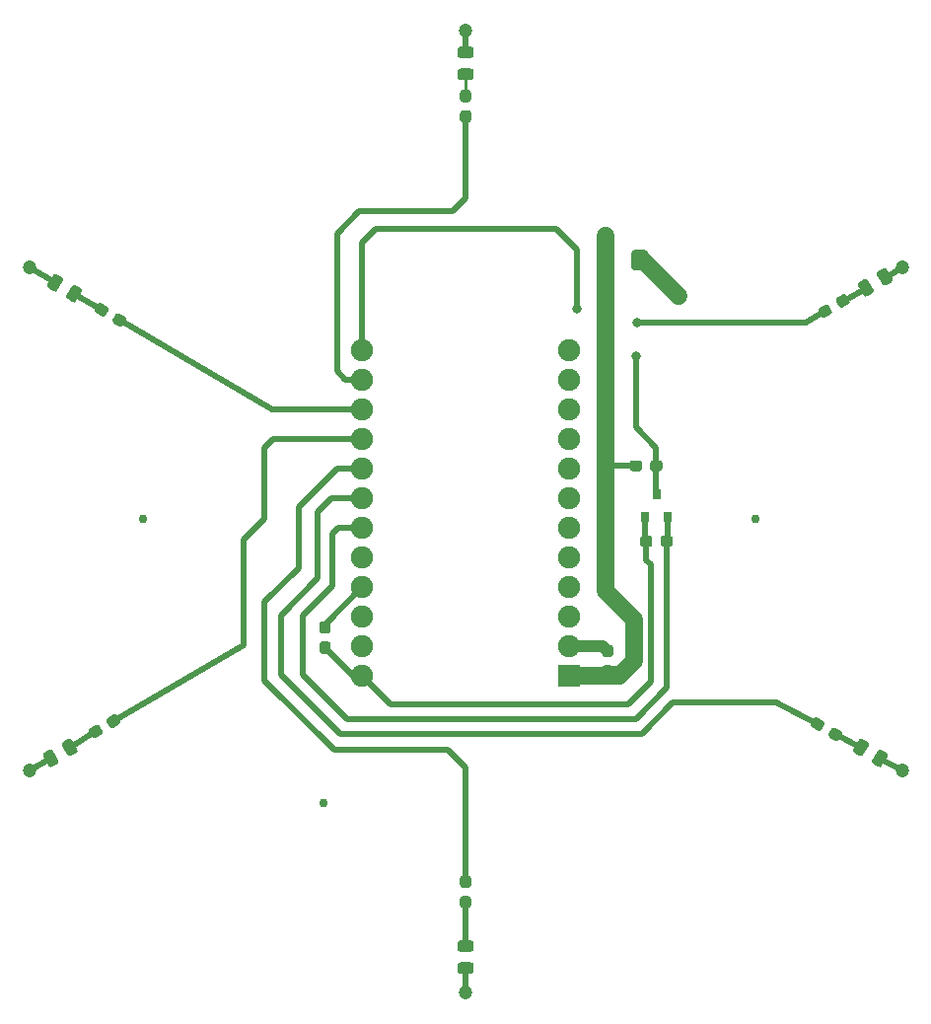
<source format=gbr>
G04 #@! TF.GenerationSoftware,KiCad,Pcbnew,(5.1.10)-1*
G04 #@! TF.CreationDate,2021-05-30T11:34:14-07:00*
G04 #@! TF.ProjectId,snowstake,736e6f77-7374-4616-9b65-2e6b69636164,0.1*
G04 #@! TF.SameCoordinates,Original*
G04 #@! TF.FileFunction,Copper,L1,Top*
G04 #@! TF.FilePolarity,Positive*
%FSLAX46Y46*%
G04 Gerber Fmt 4.6, Leading zero omitted, Abs format (unit mm)*
G04 Created by KiCad (PCBNEW (5.1.10)-1) date 2021-05-30 11:34:14*
%MOMM*%
%LPD*%
G01*
G04 APERTURE LIST*
G04 #@! TA.AperFunction,SMDPad,CuDef*
%ADD10C,0.750000*%
G04 #@! TD*
G04 #@! TA.AperFunction,SMDPad,CuDef*
%ADD11R,0.800000X0.900000*%
G04 #@! TD*
G04 #@! TA.AperFunction,ComponentPad*
%ADD12C,1.900000*%
G04 #@! TD*
G04 #@! TA.AperFunction,ComponentPad*
%ADD13R,1.900000X1.900000*%
G04 #@! TD*
G04 #@! TA.AperFunction,ViaPad*
%ADD14C,1.200000*%
G04 #@! TD*
G04 #@! TA.AperFunction,ViaPad*
%ADD15C,0.800000*%
G04 #@! TD*
G04 #@! TA.AperFunction,Conductor*
%ADD16C,0.500000*%
G04 #@! TD*
G04 #@! TA.AperFunction,Conductor*
%ADD17C,1.000000*%
G04 #@! TD*
G04 #@! TA.AperFunction,Conductor*
%ADD18C,0.250000*%
G04 #@! TD*
G04 #@! TA.AperFunction,Conductor*
%ADD19C,1.500000*%
G04 #@! TD*
G04 APERTURE END LIST*
D10*
X191008000Y-176784000D03*
X175514000Y-152400000D03*
X228092000Y-152400000D03*
G04 #@! TA.AperFunction,SMDPad,CuDef*
G36*
G01*
X219044000Y-148065500D02*
X219044000Y-147590500D01*
G75*
G02*
X219281500Y-147353000I237500J0D01*
G01*
X219856500Y-147353000D01*
G75*
G02*
X220094000Y-147590500I0J-237500D01*
G01*
X220094000Y-148065500D01*
G75*
G02*
X219856500Y-148303000I-237500J0D01*
G01*
X219281500Y-148303000D01*
G75*
G02*
X219044000Y-148065500I0J237500D01*
G01*
G37*
G04 #@! TD.AperFunction*
G04 #@! TA.AperFunction,SMDPad,CuDef*
G36*
G01*
X217294000Y-148065500D02*
X217294000Y-147590500D01*
G75*
G02*
X217531500Y-147353000I237500J0D01*
G01*
X218106500Y-147353000D01*
G75*
G02*
X218344000Y-147590500I0J-237500D01*
G01*
X218344000Y-148065500D01*
G75*
G02*
X218106500Y-148303000I-237500J0D01*
G01*
X217531500Y-148303000D01*
G75*
G02*
X217294000Y-148065500I0J237500D01*
G01*
G37*
G04 #@! TD.AperFunction*
G04 #@! TA.AperFunction,SMDPad,CuDef*
G36*
G01*
X234372359Y-170814681D02*
X234609859Y-170403319D01*
G75*
G02*
X234934290Y-170316388I205681J-118750D01*
G01*
X235432254Y-170603888D01*
G75*
G02*
X235519185Y-170928319I-118750J-205681D01*
G01*
X235281685Y-171339681D01*
G75*
G02*
X234957254Y-171426612I-205681J118750D01*
G01*
X234459290Y-171139112D01*
G75*
G02*
X234372359Y-170814681I118750J205681D01*
G01*
G37*
G04 #@! TD.AperFunction*
G04 #@! TA.AperFunction,SMDPad,CuDef*
G36*
G01*
X232856815Y-169939681D02*
X233094315Y-169528319D01*
G75*
G02*
X233418746Y-169441388I205681J-118750D01*
G01*
X233916710Y-169728888D01*
G75*
G02*
X234003641Y-170053319I-118750J-205681D01*
G01*
X233766141Y-170464681D01*
G75*
G02*
X233441710Y-170551612I-205681J118750D01*
G01*
X232943746Y-170264112D01*
G75*
G02*
X232856815Y-169939681I118750J205681D01*
G01*
G37*
G04 #@! TD.AperFunction*
G04 #@! TA.AperFunction,SMDPad,CuDef*
G36*
G01*
X202962500Y-184754000D02*
X203437500Y-184754000D01*
G75*
G02*
X203675000Y-184991500I0J-237500D01*
G01*
X203675000Y-185566500D01*
G75*
G02*
X203437500Y-185804000I-237500J0D01*
G01*
X202962500Y-185804000D01*
G75*
G02*
X202725000Y-185566500I0J237500D01*
G01*
X202725000Y-184991500D01*
G75*
G02*
X202962500Y-184754000I237500J0D01*
G01*
G37*
G04 #@! TD.AperFunction*
G04 #@! TA.AperFunction,SMDPad,CuDef*
G36*
G01*
X202962500Y-183004000D02*
X203437500Y-183004000D01*
G75*
G02*
X203675000Y-183241500I0J-237500D01*
G01*
X203675000Y-183816500D01*
G75*
G02*
X203437500Y-184054000I-237500J0D01*
G01*
X202962500Y-184054000D01*
G75*
G02*
X202725000Y-183816500I0J237500D01*
G01*
X202725000Y-183241500D01*
G75*
G02*
X202962500Y-183004000I237500J0D01*
G01*
G37*
G04 #@! TD.AperFunction*
G04 #@! TA.AperFunction,SMDPad,CuDef*
G36*
G01*
X219933000Y-154542500D02*
X219933000Y-154067500D01*
G75*
G02*
X220170500Y-153830000I237500J0D01*
G01*
X220745500Y-153830000D01*
G75*
G02*
X220983000Y-154067500I0J-237500D01*
G01*
X220983000Y-154542500D01*
G75*
G02*
X220745500Y-154780000I-237500J0D01*
G01*
X220170500Y-154780000D01*
G75*
G02*
X219933000Y-154542500I0J237500D01*
G01*
G37*
G04 #@! TD.AperFunction*
G04 #@! TA.AperFunction,SMDPad,CuDef*
G36*
G01*
X218183000Y-154542500D02*
X218183000Y-154067500D01*
G75*
G02*
X218420500Y-153830000I237500J0D01*
G01*
X218995500Y-153830000D01*
G75*
G02*
X219233000Y-154067500I0J-237500D01*
G01*
X219233000Y-154542500D01*
G75*
G02*
X218995500Y-154780000I-237500J0D01*
G01*
X218420500Y-154780000D01*
G75*
G02*
X218183000Y-154542500I0J237500D01*
G01*
G37*
G04 #@! TD.AperFunction*
G04 #@! TA.AperFunction,SMDPad,CuDef*
G36*
G01*
X171790141Y-170149319D02*
X172027641Y-170560681D01*
G75*
G02*
X171940710Y-170885112I-205681J-118750D01*
G01*
X171442746Y-171172612D01*
G75*
G02*
X171118315Y-171085681I-118750J205681D01*
G01*
X170880815Y-170674319D01*
G75*
G02*
X170967746Y-170349888I205681J118750D01*
G01*
X171465710Y-170062388D01*
G75*
G02*
X171790141Y-170149319I118750J-205681D01*
G01*
G37*
G04 #@! TD.AperFunction*
G04 #@! TA.AperFunction,SMDPad,CuDef*
G36*
G01*
X173305685Y-169274319D02*
X173543185Y-169685681D01*
G75*
G02*
X173456254Y-170010112I-205681J-118750D01*
G01*
X172958290Y-170297612D01*
G75*
G02*
X172633859Y-170210681I-118750J205681D01*
G01*
X172396359Y-169799319D01*
G75*
G02*
X172483290Y-169474888I205681J118750D01*
G01*
X172981254Y-169187388D01*
G75*
G02*
X173305685Y-169274319I118750J-205681D01*
G01*
G37*
G04 #@! TD.AperFunction*
G04 #@! TA.AperFunction,SMDPad,CuDef*
G36*
G01*
X172535641Y-134493319D02*
X172298141Y-134904681D01*
G75*
G02*
X171973710Y-134991612I-205681J118750D01*
G01*
X171475746Y-134704112D01*
G75*
G02*
X171388815Y-134379681I118750J205681D01*
G01*
X171626315Y-133968319D01*
G75*
G02*
X171950746Y-133881388I205681J-118750D01*
G01*
X172448710Y-134168888D01*
G75*
G02*
X172535641Y-134493319I-118750J-205681D01*
G01*
G37*
G04 #@! TD.AperFunction*
G04 #@! TA.AperFunction,SMDPad,CuDef*
G36*
G01*
X174051185Y-135368319D02*
X173813685Y-135779681D01*
G75*
G02*
X173489254Y-135866612I-205681J118750D01*
G01*
X172991290Y-135579112D01*
G75*
G02*
X172904359Y-135254681I118750J205681D01*
G01*
X173141859Y-134843319D01*
G75*
G02*
X173466290Y-134756388I205681J-118750D01*
G01*
X173964254Y-135043888D01*
G75*
G02*
X174051185Y-135368319I-118750J-205681D01*
G01*
G37*
G04 #@! TD.AperFunction*
G04 #@! TA.AperFunction,SMDPad,CuDef*
G36*
G01*
X203437500Y-116617000D02*
X202962500Y-116617000D01*
G75*
G02*
X202725000Y-116379500I0J237500D01*
G01*
X202725000Y-115804500D01*
G75*
G02*
X202962500Y-115567000I237500J0D01*
G01*
X203437500Y-115567000D01*
G75*
G02*
X203675000Y-115804500I0J-237500D01*
G01*
X203675000Y-116379500D01*
G75*
G02*
X203437500Y-116617000I-237500J0D01*
G01*
G37*
G04 #@! TD.AperFunction*
G04 #@! TA.AperFunction,SMDPad,CuDef*
G36*
G01*
X203437500Y-118367000D02*
X202962500Y-118367000D01*
G75*
G02*
X202725000Y-118129500I0J237500D01*
G01*
X202725000Y-117554500D01*
G75*
G02*
X202962500Y-117317000I237500J0D01*
G01*
X203437500Y-117317000D01*
G75*
G02*
X203675000Y-117554500I0J-237500D01*
G01*
X203675000Y-118129500D01*
G75*
G02*
X203437500Y-118367000I-237500J0D01*
G01*
G37*
G04 #@! TD.AperFunction*
G04 #@! TA.AperFunction,SMDPad,CuDef*
G36*
G01*
X235244859Y-134142681D02*
X235007359Y-133731319D01*
G75*
G02*
X235094290Y-133406888I205681J118750D01*
G01*
X235592254Y-133119388D01*
G75*
G02*
X235916685Y-133206319I118750J-205681D01*
G01*
X236154185Y-133617681D01*
G75*
G02*
X236067254Y-133942112I-205681J-118750D01*
G01*
X235569290Y-134229612D01*
G75*
G02*
X235244859Y-134142681I-118750J205681D01*
G01*
G37*
G04 #@! TD.AperFunction*
G04 #@! TA.AperFunction,SMDPad,CuDef*
G36*
G01*
X233729315Y-135017681D02*
X233491815Y-134606319D01*
G75*
G02*
X233578746Y-134281888I205681J118750D01*
G01*
X234076710Y-133994388D01*
G75*
G02*
X234401141Y-134081319I118750J-205681D01*
G01*
X234638641Y-134492681D01*
G75*
G02*
X234551710Y-134817112I-205681J-118750D01*
G01*
X234053746Y-135104612D01*
G75*
G02*
X233729315Y-135017681I-118750J205681D01*
G01*
G37*
G04 #@! TD.AperFunction*
D11*
X219583000Y-150257000D03*
X220533000Y-152257000D03*
X218633000Y-152257000D03*
G04 #@! TA.AperFunction,SMDPad,CuDef*
G36*
G01*
X237786515Y-171845876D02*
X237330265Y-172636124D01*
G75*
G02*
X236997296Y-172725343I-211094J121875D01*
G01*
X236575108Y-172481593D01*
G75*
G02*
X236485889Y-172148624I121875J211094D01*
G01*
X236942139Y-171358376D01*
G75*
G02*
X237275108Y-171269157I211094J-121875D01*
G01*
X237697296Y-171512907D01*
G75*
G02*
X237786515Y-171845876I-121875J-211094D01*
G01*
G37*
G04 #@! TD.AperFunction*
G04 #@! TA.AperFunction,SMDPad,CuDef*
G36*
G01*
X239410313Y-172783376D02*
X238954063Y-173573624D01*
G75*
G02*
X238621094Y-173662843I-211094J121875D01*
G01*
X238198906Y-173419093D01*
G75*
G02*
X238109687Y-173086124I121875J211094D01*
G01*
X238565937Y-172295876D01*
G75*
G02*
X238898906Y-172206657I211094J-121875D01*
G01*
X239321094Y-172450407D01*
G75*
G02*
X239410313Y-172783376I-121875J-211094D01*
G01*
G37*
G04 #@! TD.AperFunction*
G04 #@! TA.AperFunction,SMDPad,CuDef*
G36*
G01*
X203656250Y-189542000D02*
X202743750Y-189542000D01*
G75*
G02*
X202500000Y-189298250I0J243750D01*
G01*
X202500000Y-188810750D01*
G75*
G02*
X202743750Y-188567000I243750J0D01*
G01*
X203656250Y-188567000D01*
G75*
G02*
X203900000Y-188810750I0J-243750D01*
G01*
X203900000Y-189298250D01*
G75*
G02*
X203656250Y-189542000I-243750J0D01*
G01*
G37*
G04 #@! TD.AperFunction*
G04 #@! TA.AperFunction,SMDPad,CuDef*
G36*
G01*
X203656250Y-191417000D02*
X202743750Y-191417000D01*
G75*
G02*
X202500000Y-191173250I0J243750D01*
G01*
X202500000Y-190685750D01*
G75*
G02*
X202743750Y-190442000I243750J0D01*
G01*
X203656250Y-190442000D01*
G75*
G02*
X203900000Y-190685750I0J-243750D01*
G01*
X203900000Y-191173250D01*
G75*
G02*
X203656250Y-191417000I-243750J0D01*
G01*
G37*
G04 #@! TD.AperFunction*
G04 #@! TA.AperFunction,SMDPad,CuDef*
G36*
G01*
X169019836Y-172636124D02*
X168563586Y-171845876D01*
G75*
G02*
X168652805Y-171512907I211094J121875D01*
G01*
X169074993Y-171269157D01*
G75*
G02*
X169407962Y-171358376I121875J-211094D01*
G01*
X169864212Y-172148624D01*
G75*
G02*
X169774993Y-172481593I-211094J-121875D01*
G01*
X169352805Y-172725343D01*
G75*
G02*
X169019836Y-172636124I-121875J211094D01*
G01*
G37*
G04 #@! TD.AperFunction*
G04 #@! TA.AperFunction,SMDPad,CuDef*
G36*
G01*
X167396038Y-173573624D02*
X166939788Y-172783376D01*
G75*
G02*
X167029007Y-172450407I211094J121875D01*
G01*
X167451195Y-172206657D01*
G75*
G02*
X167784164Y-172295876I121875J-211094D01*
G01*
X168240414Y-173086124D01*
G75*
G02*
X168151195Y-173419093I-211094J-121875D01*
G01*
X167729007Y-173662843D01*
G75*
G02*
X167396038Y-173573624I-121875J211094D01*
G01*
G37*
G04 #@! TD.AperFunction*
G04 #@! TA.AperFunction,SMDPad,CuDef*
G36*
G01*
X168944586Y-133208124D02*
X169400836Y-132417876D01*
G75*
G02*
X169733805Y-132328657I211094J-121875D01*
G01*
X170155993Y-132572407D01*
G75*
G02*
X170245212Y-132905376I-121875J-211094D01*
G01*
X169788962Y-133695624D01*
G75*
G02*
X169455993Y-133784843I-211094J121875D01*
G01*
X169033805Y-133541093D01*
G75*
G02*
X168944586Y-133208124I121875J211094D01*
G01*
G37*
G04 #@! TD.AperFunction*
G04 #@! TA.AperFunction,SMDPad,CuDef*
G36*
G01*
X167320788Y-132270624D02*
X167777038Y-131480376D01*
G75*
G02*
X168110007Y-131391157I211094J-121875D01*
G01*
X168532195Y-131634907D01*
G75*
G02*
X168621414Y-131967876I-121875J-211094D01*
G01*
X168165164Y-132758124D01*
G75*
G02*
X167832195Y-132847343I-211094J121875D01*
G01*
X167410007Y-132603593D01*
G75*
G02*
X167320788Y-132270624I121875J211094D01*
G01*
G37*
G04 #@! TD.AperFunction*
G04 #@! TA.AperFunction,SMDPad,CuDef*
G36*
G01*
X202743750Y-113734000D02*
X203656250Y-113734000D01*
G75*
G02*
X203900000Y-113977750I0J-243750D01*
G01*
X203900000Y-114465250D01*
G75*
G02*
X203656250Y-114709000I-243750J0D01*
G01*
X202743750Y-114709000D01*
G75*
G02*
X202500000Y-114465250I0J243750D01*
G01*
X202500000Y-113977750D01*
G75*
G02*
X202743750Y-113734000I243750J0D01*
G01*
G37*
G04 #@! TD.AperFunction*
G04 #@! TA.AperFunction,SMDPad,CuDef*
G36*
G01*
X202743750Y-111859000D02*
X203656250Y-111859000D01*
G75*
G02*
X203900000Y-112102750I0J-243750D01*
G01*
X203900000Y-112590250D01*
G75*
G02*
X203656250Y-112834000I-243750J0D01*
G01*
X202743750Y-112834000D01*
G75*
G02*
X202500000Y-112590250I0J243750D01*
G01*
X202500000Y-112102750D01*
G75*
G02*
X202743750Y-111859000I243750J0D01*
G01*
G37*
G04 #@! TD.AperFunction*
G04 #@! TA.AperFunction,SMDPad,CuDef*
G36*
G01*
X237761164Y-131909876D02*
X238217414Y-132700124D01*
G75*
G02*
X238128195Y-133033093I-211094J-121875D01*
G01*
X237706007Y-133276843D01*
G75*
G02*
X237373038Y-133187624I-121875J211094D01*
G01*
X236916788Y-132397376D01*
G75*
G02*
X237006007Y-132064407I211094J121875D01*
G01*
X237428195Y-131820657D01*
G75*
G02*
X237761164Y-131909876I121875J-211094D01*
G01*
G37*
G04 #@! TD.AperFunction*
G04 #@! TA.AperFunction,SMDPad,CuDef*
G36*
G01*
X239384962Y-130972376D02*
X239841212Y-131762624D01*
G75*
G02*
X239751993Y-132095593I-211094J-121875D01*
G01*
X239329805Y-132339343D01*
G75*
G02*
X238996836Y-132250124I-121875J211094D01*
G01*
X238540586Y-131459876D01*
G75*
G02*
X238629805Y-131126907I211094J121875D01*
G01*
X239051993Y-130883157D01*
G75*
G02*
X239384962Y-130972376I121875J-211094D01*
G01*
G37*
G04 #@! TD.AperFunction*
G04 #@! TA.AperFunction,SMDPad,CuDef*
G36*
G01*
X217437000Y-130800000D02*
X217437000Y-129550000D01*
G75*
G02*
X217687000Y-129300000I250000J0D01*
G01*
X218612000Y-129300000D01*
G75*
G02*
X218862000Y-129550000I0J-250000D01*
G01*
X218862000Y-130800000D01*
G75*
G02*
X218612000Y-131050000I-250000J0D01*
G01*
X217687000Y-131050000D01*
G75*
G02*
X217437000Y-130800000I0J250000D01*
G01*
G37*
G04 #@! TD.AperFunction*
G04 #@! TA.AperFunction,SMDPad,CuDef*
G36*
G01*
X214462000Y-130800000D02*
X214462000Y-129550000D01*
G75*
G02*
X214712000Y-129300000I250000J0D01*
G01*
X215637000Y-129300000D01*
G75*
G02*
X215887000Y-129550000I0J-250000D01*
G01*
X215887000Y-130800000D01*
G75*
G02*
X215637000Y-131050000I-250000J0D01*
G01*
X214712000Y-131050000D01*
G75*
G02*
X214462000Y-130800000I0J250000D01*
G01*
G37*
G04 #@! TD.AperFunction*
G04 #@! TA.AperFunction,SMDPad,CuDef*
G36*
G01*
X190897500Y-162910000D02*
X191372500Y-162910000D01*
G75*
G02*
X191610000Y-163147500I0J-237500D01*
G01*
X191610000Y-163722500D01*
G75*
G02*
X191372500Y-163960000I-237500J0D01*
G01*
X190897500Y-163960000D01*
G75*
G02*
X190660000Y-163722500I0J237500D01*
G01*
X190660000Y-163147500D01*
G75*
G02*
X190897500Y-162910000I237500J0D01*
G01*
G37*
G04 #@! TD.AperFunction*
G04 #@! TA.AperFunction,SMDPad,CuDef*
G36*
G01*
X190897500Y-161160000D02*
X191372500Y-161160000D01*
G75*
G02*
X191610000Y-161397500I0J-237500D01*
G01*
X191610000Y-161972500D01*
G75*
G02*
X191372500Y-162210000I-237500J0D01*
G01*
X190897500Y-162210000D01*
G75*
G02*
X190660000Y-161972500I0J237500D01*
G01*
X190660000Y-161397500D01*
G75*
G02*
X190897500Y-161160000I237500J0D01*
G01*
G37*
G04 #@! TD.AperFunction*
G04 #@! TA.AperFunction,SMDPad,CuDef*
G36*
G01*
X215629500Y-164242000D02*
X215154500Y-164242000D01*
G75*
G02*
X214917000Y-164004500I0J237500D01*
G01*
X214917000Y-163429500D01*
G75*
G02*
X215154500Y-163192000I237500J0D01*
G01*
X215629500Y-163192000D01*
G75*
G02*
X215867000Y-163429500I0J-237500D01*
G01*
X215867000Y-164004500D01*
G75*
G02*
X215629500Y-164242000I-237500J0D01*
G01*
G37*
G04 #@! TD.AperFunction*
G04 #@! TA.AperFunction,SMDPad,CuDef*
G36*
G01*
X215629500Y-165992000D02*
X215154500Y-165992000D01*
G75*
G02*
X214917000Y-165754500I0J237500D01*
G01*
X214917000Y-165179500D01*
G75*
G02*
X215154500Y-164942000I237500J0D01*
G01*
X215629500Y-164942000D01*
G75*
G02*
X215867000Y-165179500I0J-237500D01*
G01*
X215867000Y-165754500D01*
G75*
G02*
X215629500Y-165992000I-237500J0D01*
G01*
G37*
G04 #@! TD.AperFunction*
D12*
X194307460Y-137910280D03*
X194307460Y-140450280D03*
X194307460Y-142990280D03*
X194307460Y-145530280D03*
X194307460Y-148070280D03*
X194307460Y-150610280D03*
X194307460Y-153150280D03*
X194307460Y-155690280D03*
X194307460Y-158230280D03*
X194307460Y-160770280D03*
X194307460Y-163310280D03*
X194307460Y-165850280D03*
X212087460Y-137910280D03*
X212087460Y-140450280D03*
X212087460Y-142990280D03*
X212087460Y-145530280D03*
X212087460Y-148070280D03*
X212087460Y-150610280D03*
X212087460Y-153150280D03*
X212087460Y-155690280D03*
X212087460Y-158230280D03*
X212087460Y-160770280D03*
X212087460Y-163310280D03*
D13*
X212087460Y-165850280D03*
D14*
X215174500Y-128052500D03*
X203200000Y-193040000D03*
X203200000Y-110490000D03*
X165735000Y-130810000D03*
X240665000Y-130810000D03*
X240665000Y-173990000D03*
X165735000Y-173990000D03*
X221488000Y-133223000D03*
D15*
X217805000Y-138430000D03*
X212725000Y-134366000D03*
X217932000Y-135509000D03*
D16*
X194307460Y-158230280D02*
X194067720Y-158230280D01*
D17*
X214985280Y-163310280D02*
X215392000Y-163717000D01*
X212087460Y-163310280D02*
X214985280Y-163310280D01*
D18*
X215533000Y-165608000D02*
X215392000Y-165467000D01*
D19*
X217678000Y-164592000D02*
X217678000Y-161036000D01*
X217678000Y-161036000D02*
X215174500Y-158532500D01*
X215174500Y-132080000D02*
X215174500Y-128052500D01*
X215174500Y-128052500D02*
X215174500Y-128052500D01*
D17*
X215392000Y-165467000D02*
X216803000Y-165467000D01*
X215008720Y-165850280D02*
X215392000Y-165467000D01*
X212087460Y-165850280D02*
X215008720Y-165850280D01*
D19*
X216419720Y-165850280D02*
X217678000Y-164592000D01*
X212087460Y-165850280D02*
X216419720Y-165850280D01*
D18*
X218633000Y-154230000D02*
X218708000Y-154305000D01*
D16*
X218633000Y-152257000D02*
X218633000Y-154230000D01*
X218708000Y-155942000D02*
X218708000Y-155942000D01*
X218708000Y-154305000D02*
X218708000Y-155942000D01*
X203200000Y-190929500D02*
X203200000Y-193040000D01*
X203200000Y-112346500D02*
X203200000Y-110490000D01*
X203200000Y-110490000D02*
X203200000Y-110490000D01*
X168098101Y-132119250D02*
X165735000Y-130810000D01*
X165735000Y-130810000D02*
X165735000Y-130810000D01*
X239317899Y-131611250D02*
X240665000Y-130810000D01*
X240665000Y-130810000D02*
X240665000Y-130810000D01*
X238760000Y-172934750D02*
X240665000Y-173990000D01*
X240665000Y-173990000D02*
X240665000Y-173990000D01*
X165735000Y-173990000D02*
X165735000Y-173990000D01*
X191135000Y-161402740D02*
X194307460Y-158230280D01*
X191135000Y-161685000D02*
X191135000Y-161402740D01*
X165735000Y-173990000D02*
X167590101Y-172934750D01*
D19*
X221488000Y-133223000D02*
X221488000Y-133223000D01*
X218440000Y-130175000D02*
X221488000Y-133223000D01*
X218149500Y-130175000D02*
X218440000Y-130175000D01*
D16*
X217819000Y-147828000D02*
X215646000Y-147828000D01*
D19*
X215174500Y-147356500D02*
X215174500Y-132080000D01*
D16*
X215646000Y-147828000D02*
X215174500Y-147356500D01*
D19*
X215174500Y-158532500D02*
X215174500Y-147356500D01*
D16*
X194307460Y-165850280D02*
X196732180Y-168275000D01*
X196732180Y-168275000D02*
X217170000Y-168275000D01*
X217170000Y-168275000D02*
X219075000Y-166370000D01*
X219075000Y-156309000D02*
X218708000Y-155942000D01*
X219075000Y-166370000D02*
X219075000Y-156309000D01*
X193550280Y-165850280D02*
X191135000Y-163435000D01*
X194307460Y-165850280D02*
X193550280Y-165850280D01*
X235707772Y-133674500D02*
X237694101Y-132548750D01*
X234945772Y-170871500D02*
X237136202Y-171997250D01*
D18*
X203200000Y-114221500D02*
X203200000Y-116473000D01*
D16*
X169594899Y-133056750D02*
X171962228Y-134436500D01*
X169213899Y-171997250D02*
X171454228Y-170617500D01*
X203200000Y-185279000D02*
X203200000Y-189054500D01*
X194307460Y-142990280D02*
X186574720Y-142990280D01*
X173477772Y-135311500D02*
X186574720Y-142990280D01*
X219569000Y-150243000D02*
X219583000Y-150257000D01*
X219569000Y-147828000D02*
X219569000Y-150243000D01*
X219569000Y-147828000D02*
X219569000Y-146290000D01*
X219569000Y-146290000D02*
X217805000Y-144526000D01*
X217805000Y-144526000D02*
X217805000Y-138430000D01*
X217805000Y-138430000D02*
X217805000Y-138430000D01*
D18*
X220533000Y-154230000D02*
X220458000Y-154305000D01*
D16*
X220533000Y-152257000D02*
X220533000Y-154230000D01*
X217805000Y-169545000D02*
X220458000Y-166892000D01*
X193040000Y-169545000D02*
X217805000Y-169545000D01*
X189230000Y-165735000D02*
X193040000Y-169545000D01*
X220458000Y-166892000D02*
X220458000Y-154305000D01*
X189230000Y-160655000D02*
X189230000Y-165735000D01*
X191770000Y-158115000D02*
X189230000Y-160655000D01*
X191770000Y-153670000D02*
X191770000Y-158115000D01*
X192289720Y-153150280D02*
X191770000Y-153670000D01*
X194307460Y-153150280D02*
X192289720Y-153150280D01*
X194307460Y-137910280D02*
X194307460Y-128653540D01*
X194307460Y-128653540D02*
X195453000Y-127508000D01*
X195453000Y-127508000D02*
X210947000Y-127508000D01*
X210947000Y-127508000D02*
X212725000Y-129286000D01*
X212725000Y-129286000D02*
X212725000Y-134366000D01*
X212725000Y-134366000D02*
X212725000Y-134366000D01*
X217932000Y-135509000D02*
X232410000Y-135509000D01*
X232410000Y-135509000D02*
X234065228Y-134549500D01*
X194307460Y-140450280D02*
X192901280Y-140450280D01*
X192901280Y-140450280D02*
X192151000Y-139700000D01*
X192151000Y-139700000D02*
X192151000Y-127889000D01*
X192151000Y-127889000D02*
X194056000Y-125984000D01*
X194056000Y-125984000D02*
X202057000Y-125984000D01*
X203200000Y-124841000D02*
X203200000Y-117842000D01*
X202057000Y-125984000D02*
X203200000Y-124841000D01*
X184150000Y-163195000D02*
X172969772Y-169742500D01*
X185928000Y-152400000D02*
X184150000Y-154178000D01*
X185928000Y-146304000D02*
X185928000Y-152400000D01*
X184150000Y-154178000D02*
X184150000Y-163195000D01*
X186701720Y-145530280D02*
X185928000Y-146304000D01*
X194307460Y-145530280D02*
X186701720Y-145530280D01*
X194307460Y-148070280D02*
X192162720Y-148070280D01*
X192162720Y-148070280D02*
X188849000Y-151384000D01*
X188849000Y-151384000D02*
X188849000Y-156591000D01*
X188849000Y-156591000D02*
X185928000Y-159512000D01*
X185928000Y-159512000D02*
X185928000Y-166243000D01*
X185928000Y-166243000D02*
X191897000Y-172212000D01*
X191897000Y-172212000D02*
X201676000Y-172212000D01*
X203200000Y-173736000D02*
X203200000Y-183529000D01*
X201676000Y-172212000D02*
X203200000Y-173736000D01*
X220980000Y-168148000D02*
X229870000Y-168148000D01*
X218313000Y-170815000D02*
X220980000Y-168148000D01*
X192405000Y-170815000D02*
X218313000Y-170815000D01*
X187325000Y-165735000D02*
X192405000Y-170815000D01*
X187325000Y-160655000D02*
X187325000Y-165735000D01*
X190500000Y-157480000D02*
X187325000Y-160655000D01*
X190500000Y-151765000D02*
X190500000Y-157480000D01*
X191654720Y-150610280D02*
X190500000Y-151765000D01*
X194307460Y-150610280D02*
X191654720Y-150610280D01*
X229870000Y-168148000D02*
X233430228Y-169996500D01*
M02*

</source>
